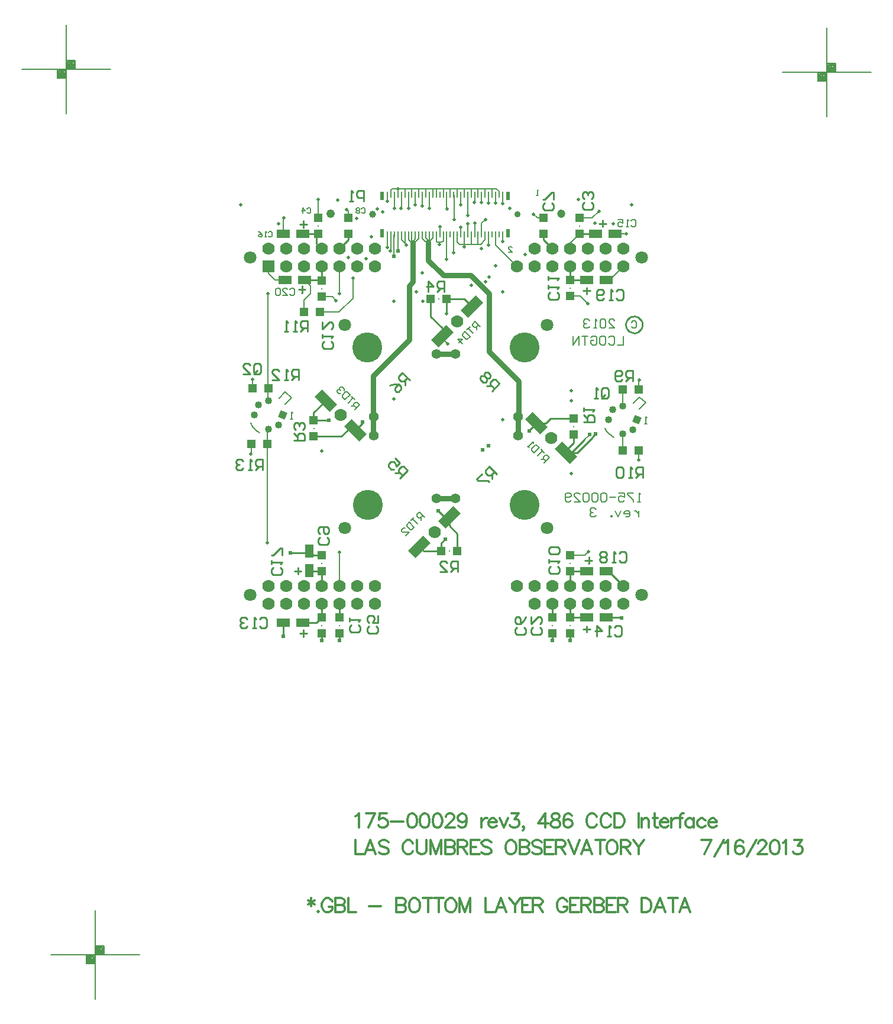
<source format=gbl>
%FSLAX23Y23*%
%MOIN*%
G70*
G01*
G75*
G04 Layer_Physical_Order=6*
G04 Layer_Color=16711680*
%ADD10C,0.008*%
%ADD11C,0.010*%
%ADD12C,0.010*%
%ADD13C,0.012*%
%ADD14C,0.012*%
%ADD15C,0.012*%
%ADD16P,0.057X4X202.5*%
%ADD17C,0.040*%
%ADD18C,0.070*%
%ADD19R,0.070X0.070*%
%ADD20C,0.055*%
%ADD21C,0.035*%
%ADD22C,0.039*%
%ADD23C,0.071*%
%ADD24C,0.169*%
%ADD25C,0.047*%
%ADD26C,0.048*%
%ADD27C,0.020*%
%ADD28C,0.024*%
%ADD29C,0.040*%
%ADD30C,0.045*%
%ADD31C,0.099*%
%ADD32C,0.060*%
G04:AMPARAMS|DCode=33|XSize=100mil|YSize=100mil|CornerRadius=0mil|HoleSize=0mil|Usage=FLASHONLY|Rotation=0.000|XOffset=0mil|YOffset=0mil|HoleType=Round|Shape=Relief|Width=10mil|Gap=10mil|Entries=4|*
%AMTHD33*
7,0,0,0.100,0.080,0.010,45*
%
%ADD33THD33*%
%ADD34C,0.053*%
%ADD35C,0.055*%
%ADD36C,0.059*%
%ADD37C,0.091*%
%ADD38C,0.189*%
%ADD39C,0.069*%
%ADD40C,0.030*%
G04:AMPARAMS|DCode=41|XSize=70mil|YSize=70mil|CornerRadius=0mil|HoleSize=0mil|Usage=FLASHONLY|Rotation=0.000|XOffset=0mil|YOffset=0mil|HoleType=Round|Shape=Relief|Width=10mil|Gap=10mil|Entries=4|*
%AMTHD41*
7,0,0,0.070,0.050,0.010,45*
%
%ADD41THD41*%
%ADD42C,0.010*%
%ADD43C,0.008*%
%ADD44R,0.078X0.048*%
%ADD45R,0.050X0.050*%
G04:AMPARAMS|DCode=46|XSize=59mil|YSize=118mil|CornerRadius=0mil|HoleSize=0mil|Usage=FLASHONLY|Rotation=315.000|XOffset=0mil|YOffset=0mil|HoleType=Round|Shape=Rectangle|*
%AMROTATEDRECTD46*
4,1,4,-0.063,-0.021,0.021,0.063,0.063,0.021,-0.021,-0.063,-0.063,-0.021,0.0*
%
%ADD46ROTATEDRECTD46*%

%ADD47R,0.010X0.035*%
%ADD48R,0.024X0.051*%
%ADD49R,0.048X0.078*%
%ADD50R,0.050X0.050*%
G04:AMPARAMS|DCode=51|XSize=59mil|YSize=118mil|CornerRadius=0mil|HoleSize=0mil|Usage=FLASHONLY|Rotation=225.000|XOffset=0mil|YOffset=0mil|HoleType=Round|Shape=Rectangle|*
%AMROTATEDRECTD51*
4,1,4,-0.021,0.063,0.063,-0.021,0.021,-0.063,-0.063,0.021,-0.021,0.063,0.0*
%
%ADD51ROTATEDRECTD51*%

%ADD52C,0.030*%
%ADD53C,0.005*%
%ADD54C,0.007*%
D10*
X20592Y17596D02*
X20602Y17586D01*
Y17549D02*
Y17586D01*
X20921Y17406D02*
X20930Y17397D01*
X20901Y17426D02*
X20921Y17406D01*
X20901Y17426D02*
Y17457D01*
X20921Y17406D02*
Y17457D01*
X21079Y17437D02*
Y17457D01*
X21054Y17413D02*
X21059Y17418D01*
X21079Y17437D01*
X21059Y17418D02*
Y17457D01*
X21039Y17436D02*
Y17457D01*
X21020Y17433D02*
Y17457D01*
Y17433D02*
X21035Y17418D01*
X21058D01*
X21059D01*
X21039Y17436D02*
X21058Y17418D01*
X20980Y17431D02*
Y17457D01*
X20966Y17418D02*
X20980Y17431D01*
X20966Y17411D02*
Y17418D01*
X21000Y17434D02*
Y17457D01*
X20983Y17418D02*
X21000Y17434D01*
X20960Y17417D02*
X20966Y17411D01*
X20960Y17417D02*
Y17457D01*
X20941Y17428D02*
Y17457D01*
Y17428D02*
X20958Y17411D01*
X20966D01*
Y17418D02*
X20983D01*
X21962Y16328D02*
Y16330D01*
X21934Y16300D02*
X21962Y16328D01*
X20882Y17364D02*
Y17457D01*
X20882Y17457D02*
X20882Y17457D01*
X20859Y17334D02*
Y17454D01*
X20862Y17457D01*
X21133Y16871D02*
Y16884D01*
Y16871D02*
X21163Y16841D01*
X20839Y17363D02*
X20842Y17367D01*
Y17457D01*
X20823Y17384D02*
Y17457D01*
X20823Y17457D02*
X20823Y17457D01*
X21118Y17501D02*
X21119Y17500D01*
X20552Y15476D02*
Y15667D01*
X20551Y15668D02*
X20552Y15667D01*
X20146Y16354D02*
X20152Y16360D01*
X20146Y15721D02*
Y16354D01*
X20552Y17125D02*
Y17276D01*
Y17125D02*
X20553Y17124D01*
X20148Y16523D02*
X20152Y16519D01*
X20148Y16523D02*
Y17124D01*
X20980Y17625D02*
Y17681D01*
X21059Y17605D02*
Y17681D01*
X21058Y17604D02*
X21059Y17605D01*
X20823Y17645D02*
Y17681D01*
X20901Y17605D02*
Y17681D01*
X20900Y17603D02*
X20901Y17605D01*
X22149Y16492D02*
X22150Y16493D01*
Y16584D01*
X22149Y16240D02*
Y16333D01*
Y16240D02*
X22150Y16239D01*
X21394Y17397D02*
Y17457D01*
X21393Y17396D02*
X21394Y17397D01*
Y17636D02*
Y17681D01*
X21393Y17635D02*
X21394Y17636D01*
X21315Y17637D02*
Y17681D01*
X21314Y17636D02*
X21315Y17637D01*
X21118Y17457D02*
Y17501D01*
X21275Y17457D02*
Y17518D01*
X21472Y17631D02*
Y17681D01*
Y17631D02*
X21473Y17630D01*
X21433Y17396D02*
Y17457D01*
Y17396D02*
X21552Y17276D01*
X21354Y17637D02*
Y17681D01*
X21433Y17633D02*
Y17681D01*
X21433Y17633D02*
X21433Y17633D01*
X21472Y17418D02*
Y17457D01*
X21157Y17603D02*
Y17681D01*
Y17603D02*
X21158Y17602D01*
X21197Y17356D02*
Y17457D01*
X21195Y17354D02*
X21197Y17356D01*
X21236Y17624D02*
Y17681D01*
Y17624D02*
X21237Y17623D01*
X21157Y17319D02*
Y17457D01*
X21155Y17316D02*
X21157Y17319D01*
X21198Y17542D02*
Y17680D01*
X21197Y17681D02*
X21198Y17680D01*
X21315Y17457D02*
Y17520D01*
X21315Y17520D01*
X21236Y17457D02*
Y17497D01*
X21236Y17497D02*
X21236Y17497D01*
X21275Y17563D02*
Y17681D01*
Y17563D02*
X21276Y17563D01*
X21354Y17457D02*
Y17520D01*
X21375Y17541D01*
X20842Y17681D02*
Y17708D01*
X20850Y17715D01*
X21437D02*
X21453Y17700D01*
Y17681D02*
Y17700D01*
X21413Y17681D02*
Y17715D01*
X21374Y17681D02*
Y17715D01*
X21334Y17681D02*
Y17715D01*
X21295Y17681D02*
Y17715D01*
X21256Y17681D02*
Y17715D01*
X21216Y17681D02*
Y17715D01*
X21177Y17681D02*
Y17715D01*
X21138Y17681D02*
Y17715D01*
X21098Y17681D02*
Y17715D01*
X21079Y17681D02*
Y17715D01*
X21039Y17681D02*
Y17715D01*
X21000Y17681D02*
Y17715D01*
X20960Y17681D02*
Y17715D01*
X20921Y17681D02*
Y17715D01*
X20882Y17681D02*
Y17715D01*
X20941Y17605D02*
Y17681D01*
Y17605D02*
X20941Y17605D01*
X21020Y17619D02*
Y17681D01*
X21019Y17618D02*
X21020Y17619D01*
X20628Y17098D02*
Y17212D01*
X20549Y17019D02*
X20628Y17098D01*
X20444Y17019D02*
X20549D01*
X20354D02*
Y17088D01*
X20390Y17124D01*
Y17167D01*
X20357Y17200D02*
X20390Y17167D01*
X20862Y17605D02*
Y17681D01*
X21852Y17406D02*
X21906Y17459D01*
X21852Y17376D02*
Y17406D01*
X22240Y16187D02*
Y16239D01*
Y16584D02*
Y16635D01*
X22241Y16636D01*
X22057Y17200D02*
X22076D01*
X22152Y17276D01*
X22107Y17460D02*
X22168D01*
X21906Y17549D02*
X21977D01*
X22016Y17588D01*
X21668Y17549D02*
X21702D01*
X21645Y17572D02*
X21668Y17549D01*
X20432D02*
Y17653D01*
X20237Y17460D02*
Y17549D01*
X20238Y17550D01*
X20188Y17200D02*
X20247D01*
X20152Y17236D02*
X20188Y17200D01*
X20152Y17236D02*
Y17276D01*
X20452Y17106D02*
X20513D01*
X20534Y17085D01*
X20062Y16592D02*
Y16642D01*
X20055Y16223D02*
Y16277D01*
X20054Y16222D02*
X20055Y16223D01*
X21852Y15649D02*
X21937D01*
X21957Y15669D01*
X21852Y17109D02*
X21908D01*
X21951Y17066D01*
X21374Y17427D02*
Y17457D01*
X21348Y17401D02*
X21374Y17427D01*
X21216Y17413D02*
X21228Y17401D01*
X21216Y17413D02*
Y17457D01*
X21256Y17401D02*
Y17457D01*
X21295Y17402D02*
Y17457D01*
X21334Y17402D02*
Y17457D01*
X21256Y17388D02*
Y17401D01*
X21098Y17417D02*
Y17457D01*
Y17417D02*
X21101Y17414D01*
X21130D02*
X21138Y17422D01*
Y17457D01*
X21115Y17399D02*
X21115Y17400D01*
Y17414D01*
X21101D02*
X21115D01*
X21130D01*
X20850Y17715D02*
X21437D01*
X21256Y17401D02*
X21348D01*
X21228D02*
X21256D01*
X20271Y17147D02*
X20278Y17154D01*
X20291D01*
X20298Y17147D01*
Y17121D01*
X20291Y17114D01*
X20278D01*
X20271Y17121D01*
X20231Y17114D02*
X20258D01*
X20231Y17141D01*
Y17147D01*
X20238Y17154D01*
X20251D01*
X20258Y17147D01*
X20218D02*
X20211Y17154D01*
X20198D01*
X20191Y17147D01*
Y17121D01*
X20198Y17114D01*
X20211D01*
X20218Y17121D01*
Y17147D01*
X18927Y13402D02*
X19427D01*
X19177Y13152D02*
Y13652D01*
X19227Y13402D02*
Y13452D01*
X19177D02*
X19227D01*
X19127Y13352D02*
Y13402D01*
Y13352D02*
X19177D01*
X19132Y13397D02*
X19172D01*
X19132Y13357D02*
Y13397D01*
Y13357D02*
X19172D01*
Y13397D01*
X19137Y13392D02*
X19167D01*
X19137Y13362D02*
Y13392D01*
Y13362D02*
X19167D01*
Y13387D01*
X19142D02*
X19162D01*
X19142Y13367D02*
Y13387D01*
Y13367D02*
X19162D01*
Y13382D01*
X19147D02*
X19157D01*
X19147Y13372D02*
Y13382D01*
Y13372D02*
X19157D01*
Y13382D01*
X19147Y13377D02*
X19157D01*
X19182Y13447D02*
X19222D01*
X19182Y13407D02*
Y13447D01*
Y13407D02*
X19222D01*
Y13447D01*
X19187Y13442D02*
X19217D01*
X19187Y13412D02*
Y13442D01*
Y13412D02*
X19217D01*
Y13437D01*
X19192D02*
X19212D01*
X19192Y13417D02*
Y13437D01*
Y13417D02*
X19212D01*
Y13432D01*
X19197D02*
X19207D01*
X19197Y13422D02*
Y13432D01*
Y13422D02*
X19207D01*
Y13432D01*
X19197Y13427D02*
X19207D01*
X18763Y18387D02*
X19263D01*
X19013Y18137D02*
Y18637D01*
X19063Y18387D02*
Y18437D01*
X19013D02*
X19063D01*
X18963Y18337D02*
Y18387D01*
Y18337D02*
X19013D01*
X18968Y18382D02*
X19008D01*
X18968Y18342D02*
Y18382D01*
Y18342D02*
X19008D01*
Y18382D01*
X18973Y18377D02*
X19003D01*
X18973Y18347D02*
Y18377D01*
Y18347D02*
X19003D01*
Y18372D01*
X18978D02*
X18998D01*
X18978Y18352D02*
Y18372D01*
Y18352D02*
X18998D01*
Y18367D01*
X18983D02*
X18993D01*
X18983Y18357D02*
Y18367D01*
Y18357D02*
X18993D01*
Y18367D01*
X18983Y18362D02*
X18993D01*
X19018Y18432D02*
X19058D01*
X19018Y18392D02*
Y18432D01*
Y18392D02*
X19058D01*
Y18432D01*
X19023Y18427D02*
X19053D01*
X19023Y18397D02*
Y18427D01*
Y18397D02*
X19053D01*
Y18422D01*
X19028D02*
X19048D01*
X19028Y18402D02*
Y18422D01*
Y18402D02*
X19048D01*
Y18417D01*
X19033D02*
X19043D01*
X19033Y18407D02*
Y18417D01*
Y18407D02*
X19043D01*
Y18417D01*
X19033Y18412D02*
X19043D01*
X23049Y18371D02*
X23549D01*
X23299Y18121D02*
Y18621D01*
X23349Y18371D02*
Y18421D01*
X23299D02*
X23349D01*
X23249Y18321D02*
Y18371D01*
Y18321D02*
X23299D01*
X23254Y18366D02*
X23294D01*
X23254Y18326D02*
Y18366D01*
Y18326D02*
X23294D01*
Y18366D01*
X23259Y18361D02*
X23289D01*
X23259Y18331D02*
Y18361D01*
Y18331D02*
X23289D01*
Y18356D01*
X23264D02*
X23284D01*
X23264Y18336D02*
Y18356D01*
Y18336D02*
X23284D01*
Y18351D01*
X23269D02*
X23279D01*
X23269Y18341D02*
Y18351D01*
Y18341D02*
X23279D01*
Y18351D01*
X23269Y18346D02*
X23279D01*
X23304Y18416D02*
X23344D01*
X23304Y18376D02*
Y18416D01*
Y18376D02*
X23344D01*
Y18416D01*
X23309Y18411D02*
X23339D01*
X23309Y18381D02*
Y18411D01*
Y18381D02*
X23339D01*
Y18406D01*
X23314D02*
X23334D01*
X23314Y18386D02*
Y18406D01*
Y18386D02*
X23334D01*
Y18401D01*
X23319D02*
X23329D01*
X23319Y18391D02*
Y18401D01*
Y18391D02*
X23329D01*
Y18401D01*
X23319Y18396D02*
X23329D01*
D11*
X21891Y16226D02*
X21978Y16313D01*
X20352Y17364D02*
Y17376D01*
X21943D02*
X21952D01*
X21257Y17094D02*
X21300Y17051D01*
X21157Y17094D02*
X21257D01*
X21067Y16995D02*
Y17094D01*
Y16995D02*
X21133Y16929D01*
Y16884D02*
Y16929D01*
X21157Y17011D02*
Y17094D01*
X20681Y16394D02*
Y16402D01*
X20643Y16355D02*
X20681Y16394D01*
X20407Y16454D02*
X20476Y16522D01*
X20407Y16319D02*
X20562D01*
X20598Y16355D01*
X20407Y16409D02*
Y16454D01*
Y16409D02*
X20489D01*
X20491Y16411D01*
X21110Y15900D02*
X21146Y15865D01*
X21171D01*
X21028Y15674D02*
X21127D01*
X21004Y15698D02*
X21028Y15674D01*
X21217D02*
Y15771D01*
X21171Y15817D02*
X21217Y15771D01*
X21171Y15817D02*
Y15865D01*
X21127Y15674D02*
Y15720D01*
X21149Y15742D01*
X21150D01*
X21623Y16351D02*
Y16355D01*
X21662Y16393D01*
X21715D02*
X21741Y16419D01*
X21662Y16393D02*
X21715D01*
X21741Y16419D02*
X21872D01*
X20452Y15476D02*
Y15559D01*
Y15299D02*
Y15376D01*
X20452Y15299D02*
X20452Y15299D01*
X20452Y15172D02*
Y15209D01*
X20552Y15299D02*
Y15376D01*
Y15170D02*
Y15209D01*
X21852Y15476D02*
Y15559D01*
X21852Y15299D02*
Y15376D01*
X21852Y15169D02*
Y15209D01*
X21752Y15299D02*
Y15376D01*
X21752Y15299D02*
X21752Y15299D01*
X21752Y15170D02*
Y15209D01*
X21702Y17426D02*
X21752Y17376D01*
X21702Y17426D02*
Y17459D01*
X20552Y17376D02*
Y17378D01*
X20602Y17428D01*
Y17459D01*
X20424Y17404D02*
X20452Y17376D01*
X20424Y17404D02*
Y17451D01*
X20432Y17459D01*
X20452Y17199D02*
X20452Y17199D01*
X20408Y15649D02*
X20452D01*
X20393Y15664D02*
X20408Y15649D01*
X20388Y15559D02*
X20452D01*
X20382Y15565D02*
X20388Y15559D01*
X20237Y15195D02*
Y15270D01*
X20236Y15194D02*
X20237Y15195D01*
X22107Y17460D02*
X22108Y17462D01*
X21853Y17200D02*
X21947D01*
X21852Y17199D02*
X21852Y17199D01*
X21853Y17200D01*
X21852Y17199D02*
Y17276D01*
Y15299D02*
X21853Y15300D01*
X21947D01*
X22057D02*
X22139D01*
X22141Y15298D01*
X21852Y15559D02*
X21946D01*
X21947Y15560D01*
X22057D02*
X22069D01*
X22152Y15476D01*
X20357Y17200D02*
X20452D01*
X20452Y17199D01*
X20348Y17459D02*
X20432D01*
X20347Y17460D02*
X20348Y17459D01*
X21860Y16226D02*
X21891D01*
X21872Y16284D02*
Y16329D01*
X21829Y16241D02*
X21872Y16284D01*
X21829Y16226D02*
Y16241D01*
X21978Y16313D02*
Y16316D01*
X21995Y16333D01*
X21829Y16226D02*
X21860D01*
X21934Y16300D01*
X20275Y15664D02*
X20393D01*
D12*
X22260Y16949D02*
X22259Y16959D01*
X22255Y16969D01*
X22250Y16977D01*
X22243Y16985D01*
X22235Y16990D01*
X22225Y16994D01*
X22215Y16996D01*
X22205Y16995D01*
X22196Y16993D01*
X22187Y16988D01*
X22179Y16981D01*
X22173Y16973D01*
X22168Y16964D01*
X22166Y16954D01*
Y16944D01*
X22168Y16934D01*
X22173Y16925D01*
X22179Y16917D01*
X22187Y16910D01*
X22196Y16906D01*
X22205Y16903D01*
X22215Y16902D01*
X22225Y16904D01*
X22235Y16908D01*
X22243Y16913D01*
X22250Y16921D01*
X22255Y16929D01*
X22259Y16939D01*
X22260Y16949D01*
X21852Y17376D02*
X21861D01*
X21216Y17457D02*
X21216Y17457D01*
X20452Y17199D02*
Y17276D01*
X20318Y15544D02*
X20319Y15545D01*
Y15582D01*
X20298Y15562D02*
X20337D01*
X20348Y15190D02*
X20349Y15191D01*
Y15229D01*
X20329Y15209D02*
X20368D01*
X20347Y15270D02*
X20423D01*
X20452Y15299D01*
X21906Y17459D02*
X21996D01*
X21997Y17460D01*
X22036Y17499D02*
X22037Y17500D01*
Y17538D01*
X22016Y17518D02*
X22055D01*
X21926Y17139D02*
X21965D01*
X21946Y17119D02*
X21947Y17120D01*
Y17158D01*
X21925Y15235D02*
X21965D01*
X21937Y15621D02*
X21977D01*
X21958Y15604D02*
Y15641D01*
X21957Y15603D02*
X21958Y15604D01*
X20341Y17128D02*
Y17166D01*
X20340Y17127D02*
X20341Y17128D01*
X20321Y17147D02*
X20360D01*
X20350Y17496D02*
Y17533D01*
X20349Y17495D02*
X20350Y17496D01*
X20329Y17514D02*
X20369D01*
X21133Y16884D02*
X21137D01*
X20746Y16323D02*
X20746Y16324D01*
X21945Y15217D02*
X21946Y15218D01*
Y15250D01*
X20070Y16679D02*
Y16719D01*
X20080Y16729D01*
X20100D01*
X20110Y16719D01*
Y16679D01*
X20100Y16669D01*
X20080D01*
X20090Y16689D02*
X20070Y16669D01*
X20080D02*
X20070Y16679D01*
X20010Y16669D02*
X20050D01*
X20010Y16709D01*
Y16719D01*
X20020Y16729D01*
X20040D01*
X20050Y16719D01*
X20101Y15290D02*
X20111Y15300D01*
X20131D01*
X20141Y15290D01*
Y15250D01*
X20131Y15240D01*
X20111D01*
X20101Y15250D01*
X20081Y15240D02*
X20061D01*
X20071D01*
Y15300D01*
X20081Y15290D01*
X20031D02*
X20021Y15300D01*
X20001D01*
X19991Y15290D01*
Y15280D01*
X20001Y15270D01*
X20011D01*
X20001D01*
X19991Y15260D01*
Y15250D01*
X20001Y15240D01*
X20021D01*
X20031Y15250D01*
X20118Y16132D02*
Y16192D01*
X20088D01*
X20078Y16182D01*
Y16162D01*
X20088Y16152D01*
X20118D01*
X20098D02*
X20078Y16132D01*
X20058D02*
X20038D01*
X20048D01*
Y16192D01*
X20058Y16182D01*
X20008D02*
X19998Y16192D01*
X19978D01*
X19968Y16182D01*
Y16172D01*
X19978Y16162D01*
X19988D01*
X19978D01*
X19968Y16152D01*
Y16142D01*
X19978Y16132D01*
X19998D01*
X20008Y16142D01*
X21411Y16575D02*
X21453Y16617D01*
X21432Y16639D01*
X21418D01*
X21404Y16625D01*
Y16610D01*
X21425Y16589D01*
X21411Y16603D02*
X21383D01*
X21404Y16653D02*
Y16667D01*
X21390Y16681D01*
X21376D01*
X21368Y16674D01*
Y16660D01*
X21354D01*
X21347Y16653D01*
Y16639D01*
X21361Y16625D01*
X21376D01*
X21383Y16632D01*
Y16646D01*
X21397D01*
X21404Y16653D01*
X21383Y16646D02*
X21368Y16660D01*
X20689Y17645D02*
Y17705D01*
X20659D01*
X20649Y17695D01*
Y17675D01*
X20659Y17665D01*
X20689D01*
X20629Y17645D02*
X20609D01*
X20619D01*
Y17705D01*
X20629Y17695D01*
X20374Y16910D02*
Y16970D01*
X20344D01*
X20334Y16960D01*
Y16940D01*
X20344Y16930D01*
X20374D01*
X20354D02*
X20334Y16910D01*
X20314D02*
X20294D01*
X20304D01*
Y16970D01*
X20314Y16960D01*
X20264Y16910D02*
X20244D01*
X20254D01*
Y16970D01*
X20264Y16960D01*
X22112Y17138D02*
X22122Y17148D01*
X22142D01*
X22152Y17138D01*
Y17098D01*
X22142Y17088D01*
X22122D01*
X22112Y17098D01*
X22092Y17088D02*
X22072D01*
X22082D01*
Y17148D01*
X22092Y17138D01*
X22042Y17098D02*
X22032Y17088D01*
X22012D01*
X22002Y17098D01*
Y17138D01*
X22012Y17148D01*
X22032D01*
X22042Y17138D01*
Y17128D01*
X22032Y17118D01*
X22002D01*
X22129Y15662D02*
X22139Y15672D01*
X22159D01*
X22169Y15662D01*
Y15622D01*
X22159Y15612D01*
X22139D01*
X22129Y15622D01*
X22109Y15612D02*
X22089D01*
X22099D01*
Y15672D01*
X22109Y15662D01*
X22059D02*
X22049Y15672D01*
X22029D01*
X22019Y15662D01*
Y15652D01*
X22029Y15642D01*
X22019Y15632D01*
Y15622D01*
X22029Y15612D01*
X22049D01*
X22059Y15622D01*
Y15632D01*
X22049Y15642D01*
X22059Y15652D01*
Y15662D01*
X22049Y15642D02*
X22029D01*
X20218Y15582D02*
X20228Y15572D01*
Y15552D01*
X20218Y15542D01*
X20178D01*
X20168Y15552D01*
Y15572D01*
X20178Y15582D01*
X20168Y15602D02*
Y15622D01*
Y15612D01*
X20228D01*
X20218Y15602D01*
X20228Y15652D02*
Y15692D01*
X20218D01*
X20178Y15652D01*
X20168D01*
X22102Y15245D02*
X22112Y15255D01*
X22132D01*
X22142Y15245D01*
Y15205D01*
X22132Y15195D01*
X22112D01*
X22102Y15205D01*
X22082Y15195D02*
X22062D01*
X22072D01*
Y15255D01*
X22082Y15245D01*
X22002Y15195D02*
Y15255D01*
X22032Y15225D01*
X21992D01*
X20505Y16854D02*
X20515Y16844D01*
Y16824D01*
X20505Y16814D01*
X20465D01*
X20455Y16824D01*
Y16844D01*
X20465Y16854D01*
X20455Y16874D02*
Y16894D01*
Y16884D01*
X20515D01*
X20505Y16874D01*
X20455Y16964D02*
Y16924D01*
X20495Y16964D01*
X20505D01*
X20515Y16954D01*
Y16934D01*
X20505Y16924D01*
X21778Y17132D02*
X21788Y17122D01*
Y17102D01*
X21778Y17092D01*
X21738D01*
X21728Y17102D01*
Y17122D01*
X21738Y17132D01*
X21728Y17152D02*
Y17172D01*
Y17162D01*
X21788D01*
X21778Y17152D01*
X21728Y17202D02*
Y17222D01*
Y17212D01*
X21788D01*
X21778Y17202D01*
X21782Y15588D02*
X21792Y15578D01*
Y15558D01*
X21782Y15548D01*
X21742D01*
X21732Y15558D01*
Y15578D01*
X21742Y15588D01*
X21732Y15608D02*
Y15628D01*
Y15618D01*
X21792D01*
X21782Y15608D01*
Y15658D02*
X21792Y15668D01*
Y15688D01*
X21782Y15698D01*
X21742D01*
X21732Y15688D01*
Y15668D01*
X21742Y15658D01*
X21782D01*
X20484Y15749D02*
X20494Y15739D01*
Y15719D01*
X20484Y15709D01*
X20444D01*
X20434Y15719D01*
Y15739D01*
X20444Y15749D01*
Y15769D02*
X20434Y15779D01*
Y15799D01*
X20444Y15809D01*
X20484D01*
X20494Y15799D01*
Y15779D01*
X20484Y15769D01*
X20474D01*
X20464Y15779D01*
Y15809D01*
X21748Y17635D02*
X21758Y17625D01*
Y17605D01*
X21748Y17595D01*
X21708D01*
X21698Y17605D01*
Y17625D01*
X21708Y17635D01*
X21758Y17655D02*
Y17695D01*
X21748D01*
X21708Y17655D01*
X21698D01*
X21592Y15243D02*
X21602Y15233D01*
Y15213D01*
X21592Y15203D01*
X21552D01*
X21542Y15213D01*
Y15233D01*
X21552Y15243D01*
X21602Y15303D02*
X21592Y15283D01*
X21572Y15263D01*
X21552D01*
X21542Y15273D01*
Y15293D01*
X21552Y15303D01*
X21562D01*
X21572Y15293D01*
Y15263D01*
X20759Y15250D02*
X20769Y15240D01*
Y15220D01*
X20759Y15210D01*
X20719D01*
X20709Y15220D01*
Y15240D01*
X20719Y15250D01*
X20769Y15310D02*
Y15270D01*
X20739D01*
X20749Y15290D01*
Y15300D01*
X20739Y15310D01*
X20719D01*
X20709Y15300D01*
Y15280D01*
X20719Y15270D01*
X21974Y17637D02*
X21984Y17627D01*
Y17607D01*
X21974Y17597D01*
X21934D01*
X21924Y17607D01*
Y17627D01*
X21934Y17637D01*
X21974Y17657D02*
X21984Y17667D01*
Y17687D01*
X21974Y17697D01*
X21964D01*
X21954Y17687D01*
Y17677D01*
Y17687D01*
X21944Y17697D01*
X21934D01*
X21924Y17687D01*
Y17667D01*
X21934Y17657D01*
X21683Y15243D02*
X21693Y15233D01*
Y15213D01*
X21683Y15203D01*
X21643D01*
X21633Y15213D01*
Y15233D01*
X21643Y15243D01*
X21633Y15303D02*
Y15263D01*
X21673Y15303D01*
X21683D01*
X21693Y15293D01*
Y15273D01*
X21683Y15263D01*
X20659Y15258D02*
X20669Y15248D01*
Y15228D01*
X20659Y15218D01*
X20619D01*
X20609Y15228D01*
Y15248D01*
X20619Y15258D01*
X20609Y15278D02*
Y15298D01*
Y15288D01*
X20669D01*
X20659Y15278D01*
X21930Y16401D02*
X21990D01*
Y16431D01*
X21980Y16441D01*
X21960D01*
X21950Y16431D01*
Y16401D01*
Y16421D02*
X21930Y16441D01*
Y16461D02*
Y16481D01*
Y16471D01*
X21990D01*
X21980Y16461D01*
X21220Y15558D02*
Y15618D01*
X21190D01*
X21180Y15608D01*
Y15588D01*
X21190Y15578D01*
X21220D01*
X21200D02*
X21180Y15558D01*
X21120D02*
X21160D01*
X21120Y15598D01*
Y15608D01*
X21130Y15618D01*
X21150D01*
X21160Y15608D01*
X20297Y16298D02*
X20357D01*
Y16328D01*
X20347Y16338D01*
X20327D01*
X20317Y16328D01*
Y16298D01*
Y16318D02*
X20297Y16338D01*
X20347Y16358D02*
X20357Y16368D01*
Y16388D01*
X20347Y16398D01*
X20337D01*
X20327Y16388D01*
Y16378D01*
Y16388D01*
X20317Y16398D01*
X20307D01*
X20297Y16388D01*
Y16368D01*
X20307Y16358D01*
X21143Y17134D02*
Y17194D01*
X21113D01*
X21103Y17184D01*
Y17164D01*
X21113Y17154D01*
X21143D01*
X21123D02*
X21103Y17134D01*
X21053D02*
Y17194D01*
X21083Y17164D01*
X21043D01*
X20894Y16085D02*
X20936Y16127D01*
X20915Y16149D01*
X20901D01*
X20887Y16135D01*
Y16120D01*
X20908Y16099D01*
X20894Y16113D02*
X20866D01*
Y16198D02*
X20894Y16170D01*
X20873Y16149D01*
X20866Y16170D01*
X20859Y16177D01*
X20844D01*
X20830Y16163D01*
Y16149D01*
X20844Y16135D01*
X20859D01*
X20950Y16636D02*
X20907Y16678D01*
X20886Y16657D01*
Y16643D01*
X20900Y16629D01*
X20915D01*
X20936Y16650D01*
X20922Y16636D02*
Y16608D01*
X20837D02*
X20858Y16615D01*
X20886D01*
X20900Y16601D01*
Y16587D01*
X20886Y16572D01*
X20872D01*
X20865Y16580D01*
Y16594D01*
X20886Y16615D01*
X21440Y16107D02*
X21397Y16149D01*
X21376Y16128D01*
Y16114D01*
X21390Y16100D01*
X21405D01*
X21426Y16121D01*
X21412Y16107D02*
Y16079D01*
X21355Y16107D02*
X21327Y16079D01*
X21334Y16072D01*
X21390Y16072D01*
X21397Y16065D01*
X22028Y16543D02*
Y16583D01*
X22038Y16593D01*
X22058D01*
X22068Y16583D01*
Y16543D01*
X22058Y16533D01*
X22038D01*
X22048Y16553D02*
X22028Y16533D01*
X22038D02*
X22028Y16543D01*
X22008Y16533D02*
X21988D01*
X21998D01*
Y16593D01*
X22008Y16583D01*
X22206Y16632D02*
Y16692D01*
X22176D01*
X22166Y16682D01*
Y16662D01*
X22176Y16652D01*
X22206D01*
X22186D02*
X22166Y16632D01*
X22146Y16642D02*
X22136Y16632D01*
X22116D01*
X22106Y16642D01*
Y16682D01*
X22116Y16692D01*
X22136D01*
X22146Y16682D01*
Y16672D01*
X22136Y16662D01*
X22106D01*
X22262Y16088D02*
Y16148D01*
X22232D01*
X22222Y16138D01*
Y16118D01*
X22232Y16108D01*
X22262D01*
X22242D02*
X22222Y16088D01*
X22202D02*
X22182D01*
X22192D01*
Y16148D01*
X22202Y16138D01*
X22152D02*
X22142Y16148D01*
X22122D01*
X22112Y16138D01*
Y16098D01*
X22122Y16088D01*
X22142D01*
X22152Y16098D01*
Y16138D01*
X20322Y16637D02*
Y16697D01*
X20292D01*
X20282Y16687D01*
Y16667D01*
X20292Y16657D01*
X20322D01*
X20302D02*
X20282Y16637D01*
X20262D02*
X20242D01*
X20252D01*
Y16697D01*
X20262Y16687D01*
X20172Y16637D02*
X20212D01*
X20172Y16677D01*
Y16687D01*
X20182Y16697D01*
X20202D01*
X20212Y16687D01*
D13*
X20394Y13719D02*
Y13673D01*
X20375Y13708D02*
X20413Y13685D01*
Y13708D02*
X20375Y13685D01*
X20433Y13647D02*
X20429Y13643D01*
X20433Y13639D01*
X20437Y13643D01*
X20433Y13647D01*
X20511Y13700D02*
X20508Y13708D01*
X20500Y13715D01*
X20492Y13719D01*
X20477D01*
X20470Y13715D01*
X20462Y13708D01*
X20458Y13700D01*
X20454Y13689D01*
Y13670D01*
X20458Y13658D01*
X20462Y13651D01*
X20470Y13643D01*
X20477Y13639D01*
X20492D01*
X20500Y13643D01*
X20508Y13651D01*
X20511Y13658D01*
Y13670D01*
X20492D02*
X20511D01*
X20530Y13719D02*
Y13639D01*
Y13719D02*
X20564D01*
X20575Y13715D01*
X20579Y13712D01*
X20583Y13704D01*
Y13696D01*
X20579Y13689D01*
X20575Y13685D01*
X20564Y13681D01*
X20530D02*
X20564D01*
X20575Y13677D01*
X20579Y13673D01*
X20583Y13666D01*
Y13654D01*
X20579Y13647D01*
X20575Y13643D01*
X20564Y13639D01*
X20530D01*
X20601Y13719D02*
Y13639D01*
X20647D01*
X20718Y13673D02*
X20787D01*
X20873Y13719D02*
Y13639D01*
Y13719D02*
X20908D01*
X20919Y13715D01*
X20923Y13712D01*
X20927Y13704D01*
Y13696D01*
X20923Y13689D01*
X20919Y13685D01*
X20908Y13681D01*
X20873D02*
X20908D01*
X20919Y13677D01*
X20923Y13673D01*
X20927Y13666D01*
Y13654D01*
X20923Y13647D01*
X20919Y13643D01*
X20908Y13639D01*
X20873D01*
X20967Y13719D02*
X20960Y13715D01*
X20952Y13708D01*
X20948Y13700D01*
X20945Y13689D01*
Y13670D01*
X20948Y13658D01*
X20952Y13651D01*
X20960Y13643D01*
X20967Y13639D01*
X20983D01*
X20990Y13643D01*
X20998Y13651D01*
X21002Y13658D01*
X21005Y13670D01*
Y13689D01*
X21002Y13700D01*
X20998Y13708D01*
X20990Y13715D01*
X20983Y13719D01*
X20967D01*
X21051D02*
Y13639D01*
X21024Y13719D02*
X21077D01*
X21114D02*
Y13639D01*
X21087Y13719D02*
X21140D01*
X21173D02*
X21165Y13715D01*
X21157Y13708D01*
X21154Y13700D01*
X21150Y13689D01*
Y13670D01*
X21154Y13658D01*
X21157Y13651D01*
X21165Y13643D01*
X21173Y13639D01*
X21188D01*
X21196Y13643D01*
X21203Y13651D01*
X21207Y13658D01*
X21211Y13670D01*
Y13689D01*
X21207Y13700D01*
X21203Y13708D01*
X21196Y13715D01*
X21188Y13719D01*
X21173D01*
X21229D02*
Y13639D01*
Y13719D02*
X21260Y13639D01*
X21290Y13719D02*
X21260Y13639D01*
X21290Y13719D02*
Y13639D01*
X21376Y13719D02*
Y13639D01*
X21422D01*
X21491D02*
X21461Y13719D01*
X21431Y13639D01*
X21442Y13666D02*
X21480D01*
X21510Y13719D02*
X21541Y13681D01*
Y13639D01*
X21571Y13719D02*
X21541Y13681D01*
X21631Y13719D02*
X21581D01*
Y13639D01*
X21631D01*
X21581Y13681D02*
X21612D01*
X21644Y13719D02*
Y13639D01*
Y13719D02*
X21678D01*
X21690Y13715D01*
X21694Y13712D01*
X21698Y13704D01*
Y13696D01*
X21694Y13689D01*
X21690Y13685D01*
X21678Y13681D01*
X21644D01*
X21671D02*
X21698Y13639D01*
X21835Y13700D02*
X21832Y13708D01*
X21824Y13715D01*
X21816Y13719D01*
X21801D01*
X21794Y13715D01*
X21786Y13708D01*
X21782Y13700D01*
X21778Y13689D01*
Y13670D01*
X21782Y13658D01*
X21786Y13651D01*
X21794Y13643D01*
X21801Y13639D01*
X21816D01*
X21824Y13643D01*
X21832Y13651D01*
X21835Y13658D01*
Y13670D01*
X21816D02*
X21835D01*
X21903Y13719D02*
X21854D01*
Y13639D01*
X21903D01*
X21854Y13681D02*
X21884D01*
X21917Y13719D02*
Y13639D01*
Y13719D02*
X21951D01*
X21962Y13715D01*
X21966Y13712D01*
X21970Y13704D01*
Y13696D01*
X21966Y13689D01*
X21962Y13685D01*
X21951Y13681D01*
X21917D01*
X21943D02*
X21970Y13639D01*
X21988Y13719D02*
Y13639D01*
Y13719D02*
X22022D01*
X22033Y13715D01*
X22037Y13712D01*
X22041Y13704D01*
Y13696D01*
X22037Y13689D01*
X22033Y13685D01*
X22022Y13681D01*
X21988D02*
X22022D01*
X22033Y13677D01*
X22037Y13673D01*
X22041Y13666D01*
Y13654D01*
X22037Y13647D01*
X22033Y13643D01*
X22022Y13639D01*
X21988D01*
X22108Y13719D02*
X22059D01*
Y13639D01*
X22108D01*
X22059Y13681D02*
X22089D01*
X22122Y13719D02*
Y13639D01*
Y13719D02*
X22156D01*
X22168Y13715D01*
X22171Y13712D01*
X22175Y13704D01*
Y13696D01*
X22171Y13689D01*
X22168Y13685D01*
X22156Y13681D01*
X22122D01*
X22148D02*
X22175Y13639D01*
X22256Y13719D02*
Y13639D01*
Y13719D02*
X22283D01*
X22294Y13715D01*
X22302Y13708D01*
X22305Y13700D01*
X22309Y13689D01*
Y13670D01*
X22305Y13658D01*
X22302Y13651D01*
X22294Y13643D01*
X22283Y13639D01*
X22256D01*
X22388D02*
X22358Y13719D01*
X22327Y13639D01*
X22339Y13666D02*
X22377D01*
X22433Y13719D02*
Y13639D01*
X22407Y13719D02*
X22460D01*
X22530Y13639D02*
X22500Y13719D01*
X22470Y13639D01*
X22481Y13666D02*
X22519D01*
D14*
X20642Y14046D02*
Y13966D01*
X20688D01*
X20757D02*
X20727Y14046D01*
X20697Y13966D01*
X20708Y13992D02*
X20746D01*
X20829Y14034D02*
X20822Y14042D01*
X20810Y14046D01*
X20795D01*
X20784Y14042D01*
X20776Y14034D01*
Y14026D01*
X20780Y14019D01*
X20784Y14015D01*
X20791Y14011D01*
X20814Y14004D01*
X20822Y14000D01*
X20826Y13996D01*
X20829Y13988D01*
Y13977D01*
X20822Y13969D01*
X20810Y13966D01*
X20795D01*
X20784Y13969D01*
X20776Y13977D01*
X20967Y14026D02*
X20964Y14034D01*
X20956Y14042D01*
X20948Y14046D01*
X20933D01*
X20925Y14042D01*
X20918Y14034D01*
X20914Y14026D01*
X20910Y14015D01*
Y13996D01*
X20914Y13985D01*
X20918Y13977D01*
X20925Y13969D01*
X20933Y13966D01*
X20948D01*
X20956Y13969D01*
X20964Y13977D01*
X20967Y13985D01*
X20990Y14046D02*
Y13988D01*
X20994Y13977D01*
X21001Y13969D01*
X21013Y13966D01*
X21020D01*
X21032Y13969D01*
X21039Y13977D01*
X21043Y13988D01*
Y14046D01*
X21065D02*
Y13966D01*
Y14046D02*
X21096Y13966D01*
X21126Y14046D02*
X21096Y13966D01*
X21126Y14046D02*
Y13966D01*
X21149Y14046D02*
Y13966D01*
Y14046D02*
X21183D01*
X21195Y14042D01*
X21198Y14038D01*
X21202Y14030D01*
Y14023D01*
X21198Y14015D01*
X21195Y14011D01*
X21183Y14007D01*
X21149D02*
X21183D01*
X21195Y14004D01*
X21198Y14000D01*
X21202Y13992D01*
Y13981D01*
X21198Y13973D01*
X21195Y13969D01*
X21183Y13966D01*
X21149D01*
X21220Y14046D02*
Y13966D01*
Y14046D02*
X21254D01*
X21266Y14042D01*
X21270Y14038D01*
X21274Y14030D01*
Y14023D01*
X21270Y14015D01*
X21266Y14011D01*
X21254Y14007D01*
X21220D01*
X21247D02*
X21274Y13966D01*
X21341Y14046D02*
X21291D01*
Y13966D01*
X21341D01*
X21291Y14007D02*
X21322D01*
X21408Y14034D02*
X21400Y14042D01*
X21389Y14046D01*
X21373D01*
X21362Y14042D01*
X21354Y14034D01*
Y14026D01*
X21358Y14019D01*
X21362Y14015D01*
X21370Y14011D01*
X21392Y14004D01*
X21400Y14000D01*
X21404Y13996D01*
X21408Y13988D01*
Y13977D01*
X21400Y13969D01*
X21389Y13966D01*
X21373D01*
X21362Y13969D01*
X21354Y13977D01*
X21511Y14046D02*
X21504Y14042D01*
X21496Y14034D01*
X21492Y14026D01*
X21488Y14015D01*
Y13996D01*
X21492Y13985D01*
X21496Y13977D01*
X21504Y13969D01*
X21511Y13966D01*
X21526D01*
X21534Y13969D01*
X21542Y13977D01*
X21545Y13985D01*
X21549Y13996D01*
Y14015D01*
X21545Y14026D01*
X21542Y14034D01*
X21534Y14042D01*
X21526Y14046D01*
X21511D01*
X21568D02*
Y13966D01*
Y14046D02*
X21602D01*
X21614Y14042D01*
X21617Y14038D01*
X21621Y14030D01*
Y14023D01*
X21617Y14015D01*
X21614Y14011D01*
X21602Y14007D01*
X21568D02*
X21602D01*
X21614Y14004D01*
X21617Y14000D01*
X21621Y13992D01*
Y13981D01*
X21617Y13973D01*
X21614Y13969D01*
X21602Y13966D01*
X21568D01*
X21692Y14034D02*
X21685Y14042D01*
X21673Y14046D01*
X21658D01*
X21647Y14042D01*
X21639Y14034D01*
Y14026D01*
X21643Y14019D01*
X21647Y14015D01*
X21654Y14011D01*
X21677Y14004D01*
X21685Y14000D01*
X21689Y13996D01*
X21692Y13988D01*
Y13977D01*
X21685Y13969D01*
X21673Y13966D01*
X21658D01*
X21647Y13969D01*
X21639Y13977D01*
X21760Y14046D02*
X21710D01*
Y13966D01*
X21760D01*
X21710Y14007D02*
X21741D01*
X21773Y14046D02*
Y13966D01*
Y14046D02*
X21808D01*
X21819Y14042D01*
X21823Y14038D01*
X21827Y14030D01*
Y14023D01*
X21823Y14015D01*
X21819Y14011D01*
X21808Y14007D01*
X21773D01*
X21800D02*
X21827Y13966D01*
X21844Y14046D02*
X21875Y13966D01*
X21905Y14046D02*
X21875Y13966D01*
X21977D02*
X21946Y14046D01*
X21916Y13966D01*
X21927Y13992D02*
X21965D01*
X22022Y14046D02*
Y13966D01*
X21995Y14046D02*
X22049D01*
X22081D02*
X22073Y14042D01*
X22066Y14034D01*
X22062Y14026D01*
X22058Y14015D01*
Y13996D01*
X22062Y13985D01*
X22066Y13977D01*
X22073Y13969D01*
X22081Y13966D01*
X22096D01*
X22104Y13969D01*
X22111Y13977D01*
X22115Y13985D01*
X22119Y13996D01*
Y14015D01*
X22115Y14026D01*
X22111Y14034D01*
X22104Y14042D01*
X22096Y14046D01*
X22081D01*
X22138D02*
Y13966D01*
Y14046D02*
X22172D01*
X22183Y14042D01*
X22187Y14038D01*
X22191Y14030D01*
Y14023D01*
X22187Y14015D01*
X22183Y14011D01*
X22172Y14007D01*
X22138D01*
X22164D02*
X22191Y13966D01*
X22209Y14046D02*
X22239Y14007D01*
Y13966D01*
X22270Y14046D02*
X22239Y14007D01*
X22648Y14046D02*
X22610Y13966D01*
X22594Y14046D02*
X22648D01*
X22666Y13954D02*
X22719Y14046D01*
X22724Y14030D02*
X22732Y14034D01*
X22743Y14046D01*
Y13966D01*
X22829Y14034D02*
X22825Y14042D01*
X22813Y14046D01*
X22806D01*
X22794Y14042D01*
X22787Y14030D01*
X22783Y14011D01*
Y13992D01*
X22787Y13977D01*
X22794Y13969D01*
X22806Y13966D01*
X22810D01*
X22821Y13969D01*
X22829Y13977D01*
X22832Y13988D01*
Y13992D01*
X22829Y14004D01*
X22821Y14011D01*
X22810Y14015D01*
X22806D01*
X22794Y14011D01*
X22787Y14004D01*
X22783Y13992D01*
X22850Y13954D02*
X22903Y14046D01*
X22912Y14026D02*
Y14030D01*
X22916Y14038D01*
X22920Y14042D01*
X22928Y14046D01*
X22943D01*
X22951Y14042D01*
X22954Y14038D01*
X22958Y14030D01*
Y14023D01*
X22954Y14015D01*
X22947Y14004D01*
X22909Y13966D01*
X22962D01*
X23003Y14046D02*
X22991Y14042D01*
X22984Y14030D01*
X22980Y14011D01*
Y14000D01*
X22984Y13981D01*
X22991Y13969D01*
X23003Y13966D01*
X23010D01*
X23022Y13969D01*
X23029Y13981D01*
X23033Y14000D01*
Y14011D01*
X23029Y14030D01*
X23022Y14042D01*
X23010Y14046D01*
X23003D01*
X23051Y14030D02*
X23059Y14034D01*
X23070Y14046D01*
Y13966D01*
X23117Y14046D02*
X23159D01*
X23136Y14015D01*
X23148D01*
X23155Y14011D01*
X23159Y14007D01*
X23163Y13996D01*
Y13988D01*
X23159Y13977D01*
X23152Y13969D01*
X23140Y13966D01*
X23129D01*
X23117Y13969D01*
X23114Y13973D01*
X23110Y13981D01*
D15*
X20642Y14180D02*
X20650Y14184D01*
X20661Y14196D01*
Y14116D01*
X20754Y14196D02*
X20716Y14116D01*
X20701Y14196D02*
X20754D01*
X20818D02*
X20780D01*
X20776Y14161D01*
X20780Y14165D01*
X20791Y14169D01*
X20802D01*
X20814Y14165D01*
X20821Y14157D01*
X20825Y14146D01*
Y14138D01*
X20821Y14127D01*
X20814Y14119D01*
X20802Y14116D01*
X20791D01*
X20780Y14119D01*
X20776Y14123D01*
X20772Y14131D01*
X20843Y14150D02*
X20912D01*
X20958Y14196D02*
X20947Y14192D01*
X20939Y14180D01*
X20935Y14161D01*
Y14150D01*
X20939Y14131D01*
X20947Y14119D01*
X20958Y14116D01*
X20966D01*
X20977Y14119D01*
X20985Y14131D01*
X20989Y14150D01*
Y14161D01*
X20985Y14180D01*
X20977Y14192D01*
X20966Y14196D01*
X20958D01*
X21029D02*
X21018Y14192D01*
X21010Y14180D01*
X21007Y14161D01*
Y14150D01*
X21010Y14131D01*
X21018Y14119D01*
X21029Y14116D01*
X21037D01*
X21048Y14119D01*
X21056Y14131D01*
X21060Y14150D01*
Y14161D01*
X21056Y14180D01*
X21048Y14192D01*
X21037Y14196D01*
X21029D01*
X21101D02*
X21089Y14192D01*
X21082Y14180D01*
X21078Y14161D01*
Y14150D01*
X21082Y14131D01*
X21089Y14119D01*
X21101Y14116D01*
X21108D01*
X21120Y14119D01*
X21127Y14131D01*
X21131Y14150D01*
Y14161D01*
X21127Y14180D01*
X21120Y14192D01*
X21108Y14196D01*
X21101D01*
X21153Y14176D02*
Y14180D01*
X21157Y14188D01*
X21160Y14192D01*
X21168Y14196D01*
X21183D01*
X21191Y14192D01*
X21195Y14188D01*
X21198Y14180D01*
Y14173D01*
X21195Y14165D01*
X21187Y14154D01*
X21149Y14116D01*
X21202D01*
X21270Y14169D02*
X21266Y14157D01*
X21258Y14150D01*
X21247Y14146D01*
X21243D01*
X21232Y14150D01*
X21224Y14157D01*
X21220Y14169D01*
Y14173D01*
X21224Y14184D01*
X21232Y14192D01*
X21243Y14196D01*
X21247D01*
X21258Y14192D01*
X21266Y14184D01*
X21270Y14169D01*
Y14150D01*
X21266Y14131D01*
X21258Y14119D01*
X21247Y14116D01*
X21239D01*
X21228Y14119D01*
X21224Y14127D01*
X21354Y14169D02*
Y14116D01*
Y14146D02*
X21358Y14157D01*
X21366Y14165D01*
X21373Y14169D01*
X21385D01*
X21392Y14146D02*
X21438D01*
Y14154D01*
X21434Y14161D01*
X21430Y14165D01*
X21422Y14169D01*
X21411D01*
X21403Y14165D01*
X21396Y14157D01*
X21392Y14146D01*
Y14138D01*
X21396Y14127D01*
X21403Y14119D01*
X21411Y14116D01*
X21422D01*
X21430Y14119D01*
X21438Y14127D01*
X21455Y14169D02*
X21478Y14116D01*
X21501Y14169D02*
X21478Y14116D01*
X21521Y14196D02*
X21563D01*
X21540Y14165D01*
X21552D01*
X21559Y14161D01*
X21563Y14157D01*
X21567Y14146D01*
Y14138D01*
X21563Y14127D01*
X21555Y14119D01*
X21544Y14116D01*
X21533D01*
X21521Y14119D01*
X21517Y14123D01*
X21513Y14131D01*
X21592Y14119D02*
X21589Y14116D01*
X21585Y14119D01*
X21589Y14123D01*
X21592Y14119D01*
Y14112D01*
X21589Y14104D01*
X21585Y14100D01*
X21711Y14196D02*
X21673Y14142D01*
X21730D01*
X21711Y14196D02*
Y14116D01*
X21763Y14196D02*
X21752Y14192D01*
X21748Y14184D01*
Y14176D01*
X21752Y14169D01*
X21759Y14165D01*
X21774Y14161D01*
X21786Y14157D01*
X21793Y14150D01*
X21797Y14142D01*
Y14131D01*
X21793Y14123D01*
X21790Y14119D01*
X21778Y14116D01*
X21763D01*
X21752Y14119D01*
X21748Y14123D01*
X21744Y14131D01*
Y14142D01*
X21748Y14150D01*
X21755Y14157D01*
X21767Y14161D01*
X21782Y14165D01*
X21790Y14169D01*
X21793Y14176D01*
Y14184D01*
X21790Y14192D01*
X21778Y14196D01*
X21763D01*
X21861Y14184D02*
X21857Y14192D01*
X21846Y14196D01*
X21838D01*
X21827Y14192D01*
X21819Y14180D01*
X21815Y14161D01*
Y14142D01*
X21819Y14127D01*
X21827Y14119D01*
X21838Y14116D01*
X21842D01*
X21853Y14119D01*
X21861Y14127D01*
X21865Y14138D01*
Y14142D01*
X21861Y14154D01*
X21853Y14161D01*
X21842Y14165D01*
X21838D01*
X21827Y14161D01*
X21819Y14154D01*
X21815Y14142D01*
X22002Y14176D02*
X21998Y14184D01*
X21991Y14192D01*
X21983Y14196D01*
X21968D01*
X21960Y14192D01*
X21953Y14184D01*
X21949Y14176D01*
X21945Y14165D01*
Y14146D01*
X21949Y14135D01*
X21953Y14127D01*
X21960Y14119D01*
X21968Y14116D01*
X21983D01*
X21991Y14119D01*
X21998Y14127D01*
X22002Y14135D01*
X22082Y14176D02*
X22078Y14184D01*
X22070Y14192D01*
X22063Y14196D01*
X22047D01*
X22040Y14192D01*
X22032Y14184D01*
X22028Y14176D01*
X22025Y14165D01*
Y14146D01*
X22028Y14135D01*
X22032Y14127D01*
X22040Y14119D01*
X22047Y14116D01*
X22063D01*
X22070Y14119D01*
X22078Y14127D01*
X22082Y14135D01*
X22104Y14196D02*
Y14116D01*
Y14196D02*
X22131D01*
X22142Y14192D01*
X22150Y14184D01*
X22154Y14176D01*
X22158Y14165D01*
Y14146D01*
X22154Y14135D01*
X22150Y14127D01*
X22142Y14119D01*
X22131Y14116D01*
X22104D01*
X22238Y14196D02*
Y14116D01*
X22255Y14169D02*
Y14116D01*
Y14154D02*
X22266Y14165D01*
X22274Y14169D01*
X22286D01*
X22293Y14165D01*
X22297Y14154D01*
Y14116D01*
X22329Y14196D02*
Y14131D01*
X22333Y14119D01*
X22341Y14116D01*
X22348D01*
X22318Y14169D02*
X22345D01*
X22360Y14146D02*
X22405D01*
Y14154D01*
X22402Y14161D01*
X22398Y14165D01*
X22390Y14169D01*
X22379D01*
X22371Y14165D01*
X22364Y14157D01*
X22360Y14146D01*
Y14138D01*
X22364Y14127D01*
X22371Y14119D01*
X22379Y14116D01*
X22390D01*
X22398Y14119D01*
X22405Y14127D01*
X22423Y14169D02*
Y14116D01*
Y14146D02*
X22426Y14157D01*
X22434Y14165D01*
X22442Y14169D01*
X22453D01*
X22491Y14196D02*
X22483D01*
X22476Y14192D01*
X22472Y14180D01*
Y14116D01*
X22460Y14169D02*
X22487D01*
X22548D02*
Y14116D01*
Y14157D02*
X22540Y14165D01*
X22533Y14169D01*
X22521D01*
X22514Y14165D01*
X22506Y14157D01*
X22502Y14146D01*
Y14138D01*
X22506Y14127D01*
X22514Y14119D01*
X22521Y14116D01*
X22533D01*
X22540Y14119D01*
X22548Y14127D01*
X22615Y14157D02*
X22607Y14165D01*
X22600Y14169D01*
X22588D01*
X22581Y14165D01*
X22573Y14157D01*
X22569Y14146D01*
Y14138D01*
X22573Y14127D01*
X22581Y14119D01*
X22588Y14116D01*
X22600D01*
X22607Y14119D01*
X22615Y14127D01*
X22632Y14146D02*
X22678D01*
Y14154D01*
X22674Y14161D01*
X22670Y14165D01*
X22663Y14169D01*
X22651D01*
X22644Y14165D01*
X22636Y14157D01*
X22632Y14146D01*
Y14138D01*
X22636Y14127D01*
X22644Y14119D01*
X22651Y14116D01*
X22663D01*
X22670Y14119D01*
X22678Y14127D01*
D16*
X20232Y16441D02*
D03*
X22229Y16414D02*
D03*
D17*
X20210Y16384D02*
D03*
X20152Y16360D02*
D03*
X20071Y16440D02*
D03*
X20096Y16496D02*
D03*
X20152Y16519D02*
D03*
X22207Y16357D02*
D03*
X22149Y16333D02*
D03*
X22068Y16413D02*
D03*
X22093Y16469D02*
D03*
X22149Y16492D02*
D03*
D18*
X21217Y16968D02*
D03*
X20252Y17276D02*
D03*
X20352D02*
D03*
X20452D02*
D03*
X20552D02*
D03*
X20652D02*
D03*
X20752D02*
D03*
X21552D02*
D03*
X21652D02*
D03*
X21752D02*
D03*
X21852D02*
D03*
X21952D02*
D03*
X22052D02*
D03*
X22152D02*
D03*
X20152Y17376D02*
D03*
X20252D02*
D03*
X20352D02*
D03*
X20452D02*
D03*
X20552D02*
D03*
X20652D02*
D03*
X20752D02*
D03*
X21652D02*
D03*
X21752D02*
D03*
X21852D02*
D03*
X21952D02*
D03*
X22052D02*
D03*
X22152D02*
D03*
X20152Y15476D02*
D03*
X20252D02*
D03*
X20352D02*
D03*
X20452D02*
D03*
X20552D02*
D03*
X20652D02*
D03*
X20752D02*
D03*
X21552D02*
D03*
X21652D02*
D03*
X21752D02*
D03*
X21852D02*
D03*
X21952D02*
D03*
X22052D02*
D03*
X22152D02*
D03*
X20152Y15376D02*
D03*
X20252D02*
D03*
X20352D02*
D03*
X20452D02*
D03*
X20552D02*
D03*
X20652D02*
D03*
X20752D02*
D03*
X21652D02*
D03*
X21752D02*
D03*
X21852D02*
D03*
X21952D02*
D03*
X22052D02*
D03*
X22152D02*
D03*
X21746Y16310D02*
D03*
X21088Y15781D02*
D03*
X20559Y16439D02*
D03*
D19*
X20152Y17276D02*
D03*
D20*
X21205Y16783D02*
D03*
X21559Y16429D02*
D03*
X20746Y16323D02*
D03*
X21099Y15970D02*
D03*
X20746Y16429D02*
D03*
X21099Y16783D02*
D03*
X21205Y15970D02*
D03*
X21559Y16323D02*
D03*
D21*
X21557Y17569D02*
D03*
D22*
X20738D02*
D03*
D23*
X22255Y15426D02*
D03*
X20050D02*
D03*
X22255Y17326D02*
D03*
X21723Y16947D02*
D03*
Y15805D02*
D03*
X20581D02*
D03*
X20050Y17326D02*
D03*
X20581Y16947D02*
D03*
D24*
X20714Y15935D02*
D03*
X21595Y15933D02*
D03*
X20709Y16819D02*
D03*
X21595D02*
D03*
D25*
X21802Y17573D02*
D03*
D26*
X20503D02*
D03*
D27*
X20592Y17596D02*
D03*
X21163Y16841D02*
D03*
X20839Y17363D02*
D03*
X20823Y17384D02*
D03*
X21119Y17500D02*
D03*
X20551Y15668D02*
D03*
X20146Y15721D02*
D03*
X20553Y17124D02*
D03*
X20148D02*
D03*
X20451Y16238D02*
D03*
X20980Y17625D02*
D03*
X21058Y17604D02*
D03*
X21022Y17082D02*
D03*
X19995Y17624D02*
D03*
X20858Y16531D02*
D03*
Y17079D02*
D03*
X20900Y17603D02*
D03*
X22199Y17623D02*
D03*
X20986Y17135D02*
D03*
X21472Y17134D02*
D03*
Y16415D02*
D03*
X21859Y16578D02*
D03*
Y16109D02*
D03*
X21393Y17396D02*
D03*
X21395Y17216D02*
D03*
X21393Y17635D02*
D03*
X21375Y17190D02*
D03*
X21314Y17636D02*
D03*
X21297Y17170D02*
D03*
X21275Y17518D02*
D03*
X20210D02*
D03*
X21473Y17630D02*
D03*
X21899Y17655D02*
D03*
X21354Y17637D02*
D03*
X21354Y17376D02*
D03*
X21433Y17633D02*
D03*
Y17279D02*
D03*
X21472Y17418D02*
D03*
X20823Y17645D02*
D03*
X21158Y17602D02*
D03*
X21511Y17604D02*
D03*
X21195Y17354D02*
D03*
X21598Y17344D02*
D03*
X21237Y17623D02*
D03*
X20796Y17584D02*
D03*
X21155Y17316D02*
D03*
X20702Y17319D02*
D03*
X20649Y17548D02*
D03*
X21198Y17542D02*
D03*
X20604Y17326D02*
D03*
X21315Y17520D02*
D03*
X21994D02*
D03*
X21236Y17497D02*
D03*
X22096Y17517D02*
D03*
X21276Y17563D02*
D03*
X21375Y17541D02*
D03*
X20882Y17715D02*
D03*
X20941Y17605D02*
D03*
X20541Y17650D02*
D03*
X21019Y17618D02*
D03*
Y17242D02*
D03*
X20628Y17212D02*
D03*
X20862Y17605D02*
D03*
X20767Y17601D02*
D03*
X20733Y17443D02*
D03*
X21858Y16522D02*
D03*
X22240Y16187D02*
D03*
X22241Y16636D02*
D03*
X22168Y17460D02*
D03*
X22016Y17588D02*
D03*
X21645Y17572D02*
D03*
X20432Y17653D02*
D03*
X20238Y17550D02*
D03*
X20534Y17085D02*
D03*
X20062Y16642D02*
D03*
X20054Y16222D02*
D03*
X21957Y15669D02*
D03*
X21951Y17066D02*
D03*
X21256Y17388D02*
D03*
X21115Y17399D02*
D03*
X20930Y17397D02*
D03*
X21157Y17011D02*
D03*
D28*
X20681Y16402D02*
D03*
X20491Y16411D02*
D03*
X21110Y15900D02*
D03*
X21150Y15742D02*
D03*
X21623Y16351D02*
D03*
X20275Y15664D02*
D03*
X20236Y15194D02*
D03*
X22141Y15298D02*
D03*
X21752Y15170D02*
D03*
X21852Y15169D02*
D03*
X20452Y15172D02*
D03*
X20552Y15170D02*
D03*
X21995Y16333D02*
D03*
X21962Y16330D02*
D03*
X20882Y17364D02*
D03*
X21360Y16245D02*
D03*
X20859Y17334D02*
D03*
X21391Y16266D02*
D03*
D42*
X20453Y17151D02*
D03*
X21854Y17154D02*
D03*
Y15604D02*
D03*
X20454D02*
D03*
X21754Y15254D02*
D03*
X20554D02*
D03*
X20434Y17504D02*
D03*
X21907Y17504D02*
D03*
X21854Y15254D02*
D03*
X20454D02*
D03*
X21874Y16374D02*
D03*
X21174Y15674D02*
D03*
X20409Y16364D02*
D03*
X21114Y17094D02*
D03*
D43*
X20051Y16396D02*
X20055Y16388D01*
X20060Y16379D01*
X20066Y16371D01*
X20072Y16364D01*
X20079Y16357D01*
X20087Y16351D01*
X20095Y16345D01*
X20104Y16341D01*
X22049Y16366D02*
X22054Y16357D01*
X22060Y16348D01*
X22066Y16340D01*
X22073Y16333D01*
X22081Y16326D01*
X22090Y16320D01*
X22099Y16315D01*
X20245Y16500D02*
X20281Y16536D01*
X20247Y16569D02*
X20281Y16536D01*
X20211Y16533D02*
X20247Y16569D01*
X22242Y16473D02*
X22278Y16509D01*
X22244Y16542D02*
X22278Y16509D01*
X22208Y16506D02*
X22244Y16542D01*
D44*
X20347Y15270D02*
D03*
X20237D02*
D03*
X20357Y17200D02*
D03*
X20247D02*
D03*
X21947D02*
D03*
X22057D02*
D03*
X21947Y15560D02*
D03*
X22057D02*
D03*
X20347Y17460D02*
D03*
X20237D02*
D03*
X21997D02*
D03*
X22107D02*
D03*
X21947Y15300D02*
D03*
X22057D02*
D03*
D45*
X20145Y16277D02*
D03*
X20055D02*
D03*
X20444Y17019D02*
D03*
X20354D02*
D03*
X21217Y15674D02*
D03*
X21127D02*
D03*
X21067Y17094D02*
D03*
X21157D02*
D03*
X22150Y16584D02*
D03*
X22240D02*
D03*
X22150Y16239D02*
D03*
X22240D02*
D03*
X20152Y16592D02*
D03*
X20062D02*
D03*
D46*
X21133Y16884D02*
D03*
X21300Y17051D02*
D03*
X21171Y15865D02*
D03*
X21004Y15698D02*
D03*
D47*
X20823Y17681D02*
D03*
X20842D02*
D03*
X20862D02*
D03*
X20882D02*
D03*
X20901D02*
D03*
X20921D02*
D03*
X20941D02*
D03*
X20960D02*
D03*
X20980D02*
D03*
X21000D02*
D03*
X21020D02*
D03*
X21039D02*
D03*
X21059D02*
D03*
X21079D02*
D03*
X21098D02*
D03*
X21118D02*
D03*
X21138D02*
D03*
X21157D02*
D03*
X21177D02*
D03*
X21197D02*
D03*
X21216D02*
D03*
X21236D02*
D03*
X21256D02*
D03*
X21275D02*
D03*
X21295D02*
D03*
X21315D02*
D03*
X21334D02*
D03*
X21354D02*
D03*
X21374D02*
D03*
X21394D02*
D03*
X21413D02*
D03*
X21433D02*
D03*
X21453D02*
D03*
X21472D02*
D03*
D03*
X20823Y17457D02*
D03*
X20842D02*
D03*
X20862D02*
D03*
X20882D02*
D03*
X20901D02*
D03*
X20921D02*
D03*
X20941D02*
D03*
X20960D02*
D03*
X20980D02*
D03*
X21000D02*
D03*
X21020D02*
D03*
X21039D02*
D03*
X21059D02*
D03*
X21079D02*
D03*
X21098D02*
D03*
X21118D02*
D03*
X21138D02*
D03*
X21157D02*
D03*
X21177D02*
D03*
X21197D02*
D03*
X21216D02*
D03*
X21236D02*
D03*
X21256D02*
D03*
X21275D02*
D03*
X21295D02*
D03*
X21315D02*
D03*
X21334D02*
D03*
X21354D02*
D03*
X21374D02*
D03*
X21394D02*
D03*
X21413D02*
D03*
X21433D02*
D03*
X21453D02*
D03*
X21472D02*
D03*
D48*
X21502Y17465D02*
D03*
Y17674D02*
D03*
X20793D02*
D03*
Y17465D02*
D03*
D49*
X20382Y15565D02*
D03*
Y15675D02*
D03*
D50*
X20452Y17196D02*
D03*
Y17106D02*
D03*
X20602Y17459D02*
D03*
Y17549D02*
D03*
X21852Y17199D02*
D03*
Y17109D02*
D03*
Y15559D02*
D03*
Y15649D02*
D03*
X20452Y15559D02*
D03*
Y15649D02*
D03*
X21702Y17459D02*
D03*
Y17549D02*
D03*
X21752Y15299D02*
D03*
Y15209D02*
D03*
X20552Y15299D02*
D03*
Y15209D02*
D03*
X20432Y17459D02*
D03*
Y17549D02*
D03*
X21906Y17459D02*
D03*
Y17549D02*
D03*
X21852Y15299D02*
D03*
Y15209D02*
D03*
X20452Y15299D02*
D03*
Y15209D02*
D03*
X21872Y16419D02*
D03*
Y16329D02*
D03*
X20407Y16319D02*
D03*
Y16409D02*
D03*
D51*
X21662Y16393D02*
D03*
X21829Y16226D02*
D03*
X20643Y16355D02*
D03*
X20476Y16522D02*
D03*
D52*
X21564Y16432D02*
Y16630D01*
X21397Y16796D02*
X21564Y16630D01*
X20741Y16659D02*
X20945Y16863D01*
X21099Y15970D02*
X21205D01*
X21559Y16323D02*
Y16429D01*
X20741Y16328D02*
X20746Y16323D01*
X21099Y16783D02*
X21207D01*
X20945Y16863D02*
Y17168D01*
X20966Y17189D01*
Y17411D01*
X20741Y16328D02*
Y16659D01*
X21054Y17311D02*
Y17413D01*
Y17311D02*
X21138Y17227D01*
X21293D01*
X21397Y17123D01*
Y16796D02*
Y17123D01*
D53*
X20289Y16417D02*
X20276D01*
X20282D01*
Y16457D01*
X20289Y16450D01*
X21673Y17678D02*
X21663D01*
X21668D01*
Y17708D01*
X21673Y17703D01*
X21505Y17358D02*
X21525D01*
X21505Y17378D01*
Y17383D01*
X21510Y17388D01*
X21520D01*
X21525Y17383D01*
X22286Y16390D02*
X22273D01*
X22279D01*
Y16430D01*
X22286Y16423D01*
X22240Y15899D02*
Y15866D01*
Y15883D01*
X22232Y15891D01*
X22223Y15899D01*
X22215D01*
X22165Y15866D02*
X22182D01*
X22190Y15874D01*
Y15891D01*
X22182Y15899D01*
X22165D01*
X22157Y15891D01*
Y15883D01*
X22190D01*
X22140Y15899D02*
X22123Y15866D01*
X22107Y15899D01*
X22090Y15866D02*
Y15874D01*
X22082D01*
Y15866D01*
X22090D01*
X21998Y15908D02*
X21990Y15916D01*
X21973D01*
X21965Y15908D01*
Y15899D01*
X21973Y15891D01*
X21982D01*
X21973D01*
X21965Y15883D01*
Y15874D01*
X21973Y15866D01*
X21990D01*
X21998Y15874D01*
X22250Y15951D02*
X22233D01*
X22242D01*
Y16001D01*
X22250Y15993D01*
X22208Y16001D02*
X22175D01*
Y15993D01*
X22208Y15959D01*
Y15951D01*
X22125Y16001D02*
X22158D01*
Y15976D01*
X22142Y15984D01*
X22133D01*
X22125Y15976D01*
Y15959D01*
X22133Y15951D01*
X22150D01*
X22158Y15959D01*
X22108Y15976D02*
X22075D01*
X22058Y15993D02*
X22050Y16001D01*
X22033D01*
X22025Y15993D01*
Y15959D01*
X22033Y15951D01*
X22050D01*
X22058Y15959D01*
Y15993D01*
X22008D02*
X22000Y16001D01*
X21983D01*
X21975Y15993D01*
Y15959D01*
X21983Y15951D01*
X22000D01*
X22008Y15959D01*
Y15993D01*
X21958D02*
X21950Y16001D01*
X21933D01*
X21925Y15993D01*
Y15959D01*
X21933Y15951D01*
X21950D01*
X21958Y15959D01*
Y15993D01*
X21875Y15951D02*
X21908D01*
X21875Y15984D01*
Y15993D01*
X21883Y16001D01*
X21900D01*
X21908Y15993D01*
X21858Y15959D02*
X21850Y15951D01*
X21833D01*
X21825Y15959D01*
Y15993D01*
X21833Y16001D01*
X21850D01*
X21858Y15993D01*
Y15984D01*
X21850Y15976D01*
X21825D01*
X22153Y16885D02*
Y16835D01*
X22120D01*
X22070Y16877D02*
X22078Y16885D01*
X22095D01*
X22103Y16877D01*
Y16843D01*
X22095Y16835D01*
X22078D01*
X22070Y16843D01*
X22028Y16885D02*
X22045D01*
X22053Y16877D01*
Y16843D01*
X22045Y16835D01*
X22028D01*
X22020Y16843D01*
Y16877D01*
X22028Y16885D01*
X21970Y16877D02*
X21978Y16885D01*
X21995D01*
X22003Y16877D01*
Y16843D01*
X21995Y16835D01*
X21978D01*
X21970Y16843D01*
Y16860D01*
X21986D01*
X21953Y16885D02*
X21920D01*
X21936D01*
Y16835D01*
X21903D02*
Y16885D01*
X21870Y16835D01*
Y16885D01*
X22071Y16929D02*
X22104D01*
X22071Y16962D01*
Y16971D01*
X22079Y16979D01*
X22096D01*
X22104Y16971D01*
X22054D02*
X22046Y16979D01*
X22029D01*
X22021Y16971D01*
Y16937D01*
X22029Y16929D01*
X22046D01*
X22054Y16937D01*
Y16971D01*
X22004Y16929D02*
X21987D01*
X21996D01*
Y16979D01*
X22004Y16971D01*
X21962D02*
X21954Y16979D01*
X21937D01*
X21929Y16971D01*
Y16962D01*
X21937Y16954D01*
X21946D01*
X21937D01*
X21929Y16946D01*
Y16937D01*
X21937Y16929D01*
X21954D01*
X21962Y16937D01*
X22200Y16962D02*
X22207Y16969D01*
X22220D01*
X22227Y16962D01*
Y16936D01*
X22220Y16929D01*
X22207D01*
X22200Y16936D01*
D54*
X21345Y16938D02*
X21317Y16966D01*
X21302Y16952D01*
Y16943D01*
X21312Y16933D01*
X21321D01*
X21335Y16947D01*
X21326Y16938D02*
Y16919D01*
X21288Y16938D02*
X21269Y16919D01*
X21279Y16928D01*
X21307Y16900D01*
X21260Y16910D02*
X21288Y16881D01*
X21274Y16867D01*
X21265D01*
X21246Y16886D01*
Y16895D01*
X21260Y16910D01*
X21246Y16839D02*
X21218Y16867D01*
X21246Y16867D01*
X21227Y16848D01*
X20152Y17468D02*
X20157Y17473D01*
X20167D01*
X20172Y17468D01*
Y17448D01*
X20167Y17443D01*
X20157D01*
X20152Y17448D01*
X20142Y17443D02*
X20132D01*
X20137D01*
Y17473D01*
X20142Y17468D01*
X20097Y17473D02*
X20107Y17468D01*
X20117Y17458D01*
Y17448D01*
X20112Y17443D01*
X20102D01*
X20097Y17448D01*
Y17453D01*
X20102Y17458D01*
X20117D01*
X22195Y17534D02*
X22202Y17540D01*
X22215D01*
X22222Y17534D01*
Y17507D01*
X22215Y17500D01*
X22202D01*
X22195Y17507D01*
X22182Y17500D02*
X22169D01*
X22175D01*
Y17540D01*
X22182Y17534D01*
X22122Y17540D02*
X22149D01*
Y17520D01*
X22135Y17527D01*
X22129D01*
X22122Y17520D01*
Y17507D01*
X22129Y17500D01*
X22142D01*
X22149Y17507D01*
X20676Y17601D02*
X20681Y17606D01*
X20691D01*
X20696Y17601D01*
Y17581D01*
X20691Y17576D01*
X20681D01*
X20676Y17581D01*
X20666Y17601D02*
X20661Y17606D01*
X20651D01*
X20646Y17601D01*
Y17596D01*
X20651Y17591D01*
X20646Y17586D01*
Y17581D01*
X20651Y17576D01*
X20661D01*
X20666Y17581D01*
Y17586D01*
X20661Y17591D01*
X20666Y17596D01*
Y17601D01*
X20661Y17591D02*
X20651D01*
X20370Y17601D02*
X20375Y17606D01*
X20385D01*
X20390Y17601D01*
Y17581D01*
X20385Y17576D01*
X20375D01*
X20370Y17581D01*
X20345Y17576D02*
Y17606D01*
X20360Y17591D01*
X20340D01*
X21707Y16171D02*
X21735Y16199D01*
X21721Y16213D01*
X21712D01*
X21702Y16204D01*
Y16195D01*
X21716Y16181D01*
X21707Y16190D02*
X21688D01*
X21707Y16228D02*
X21688Y16246D01*
X21697Y16237D01*
X21669Y16209D01*
X21679Y16256D02*
X21650Y16228D01*
X21636Y16242D01*
Y16251D01*
X21655Y16270D01*
X21664D01*
X21679Y16256D01*
X21622D02*
X21613Y16265D01*
X21617Y16261D01*
X21646Y16289D01*
Y16279D01*
X21031Y15865D02*
X21003Y15893D01*
X20988Y15879D01*
Y15869D01*
X20998Y15860D01*
X21007D01*
X21021Y15874D01*
X21012Y15865D02*
Y15846D01*
X20974Y15865D02*
X20955Y15846D01*
X20965Y15855D01*
X20993Y15827D01*
X20946Y15836D02*
X20974Y15808D01*
X20960Y15794D01*
X20951D01*
X20932Y15813D01*
Y15822D01*
X20946Y15836D01*
X20927Y15761D02*
X20946Y15780D01*
X20908D01*
X20904Y15784D01*
Y15794D01*
X20913Y15803D01*
X20922D01*
X20639Y16470D02*
X20667Y16498D01*
X20653Y16512D01*
X20644D01*
X20634Y16503D01*
Y16494D01*
X20648Y16480D01*
X20639Y16489D02*
X20620D01*
X20639Y16527D02*
X20620Y16545D01*
X20629Y16536D01*
X20601Y16508D01*
X20611Y16555D02*
X20582Y16527D01*
X20568Y16541D01*
Y16550D01*
X20587Y16569D01*
X20596D01*
X20611Y16555D01*
X20578Y16578D02*
Y16588D01*
X20568Y16597D01*
X20559D01*
X20554Y16593D01*
Y16583D01*
X20559Y16578D01*
X20554Y16583D01*
X20545D01*
X20540Y16578D01*
Y16569D01*
X20549Y16560D01*
X20559D01*
M02*

</source>
